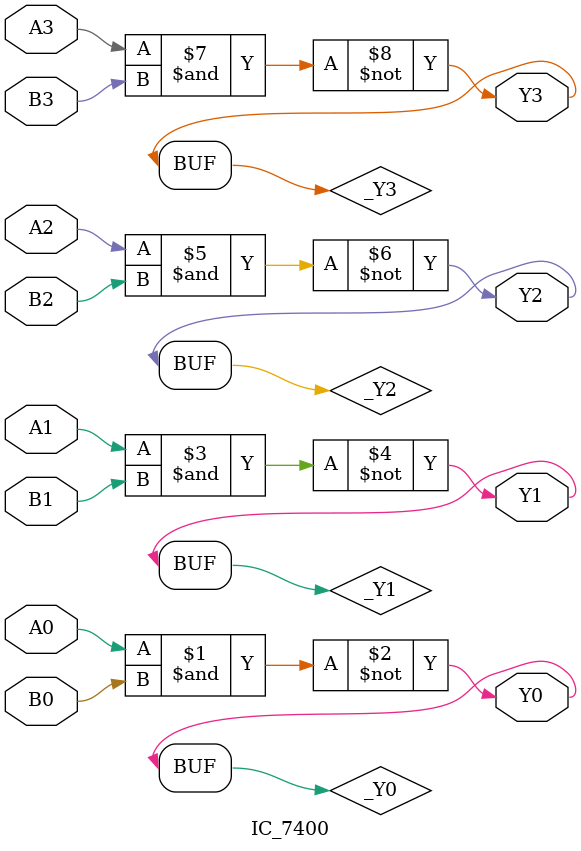
<source format=v>
module IC_7400 #(
  parameter DELAY = 0
)(
  input  A0, A1, A2, A3,
  input  B0, B1, B2, B3,
  output Y0, Y1, Y2, Y3
);

wire _Y0 = ~(A0 & B0);
wire _Y1 = ~(A1 & B1);
wire _Y2 = ~(A2 & B2);
wire _Y3 = ~(A3 & B3);

assign #DELAY Y0 = _Y0;
assign #DELAY Y1 = _Y1;
assign #DELAY Y2 = _Y2;
assign #DELAY Y3 = _Y3;

endmodule

</source>
